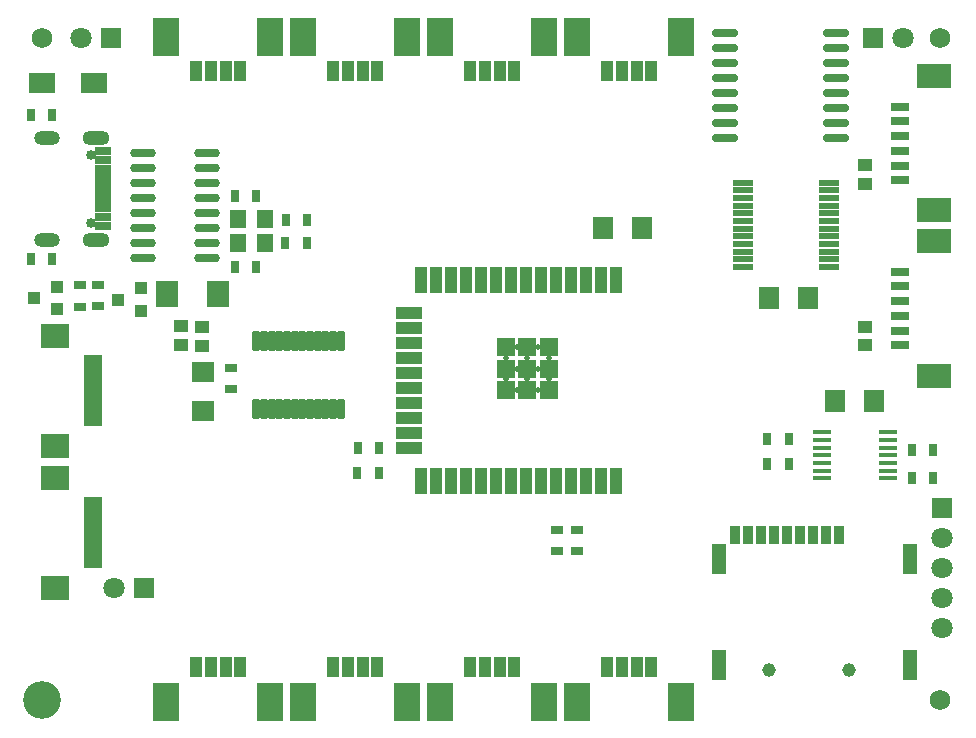
<source format=gts>
G04*
G04 #@! TF.GenerationSoftware,Altium Limited,Altium Designer,20.2.6 (244)*
G04*
G04 Layer_Color=8388736*
%FSLAX24Y24*%
%MOIN*%
G70*
G04*
G04 #@! TF.SameCoordinates,7583AB6C-3689-415F-B137-6D089145A127*
G04*
G04*
G04 #@! TF.FilePolarity,Negative*
G04*
G01*
G75*
%ADD26R,0.0630X0.0315*%
%ADD27R,0.1181X0.0827*%
%ADD49O,0.0880X0.0297*%
%ADD50R,0.0671X0.0237*%
%ADD51R,0.0474X0.0434*%
%ADD52R,0.0680X0.0730*%
%ADD53R,0.0630X0.0138*%
%ADD54R,0.0316X0.0434*%
%ADD55R,0.0907X0.0690*%
%ADD56R,0.0533X0.0198*%
%ADD57R,0.0533X0.0316*%
%ADD58O,0.0867X0.0297*%
%ADD59R,0.0580X0.0630*%
%ADD60R,0.0780X0.0880*%
G04:AMPARAMS|DCode=61|XSize=69.8mil|YSize=24.1mil|CornerRadius=6mil|HoleSize=0mil|Usage=FLASHONLY|Rotation=90.000|XOffset=0mil|YOffset=0mil|HoleType=Round|Shape=RoundedRectangle|*
%AMROUNDEDRECTD61*
21,1,0.0698,0.0121,0,0,90.0*
21,1,0.0578,0.0241,0,0,90.0*
1,1,0.0120,0.0061,0.0289*
1,1,0.0120,0.0061,-0.0289*
1,1,0.0120,-0.0061,-0.0289*
1,1,0.0120,-0.0061,0.0289*
%
%ADD61ROUNDEDRECTD61*%
%ADD62R,0.0434X0.0316*%
%ADD63R,0.0730X0.0680*%
%ADD64R,0.0434X0.0395*%
%ADD65R,0.0946X0.0789*%
%ADD66R,0.0592X0.0198*%
%ADD67R,0.0395X0.0710*%
%ADD68R,0.0907X0.1261*%
%ADD69R,0.0604X0.0604*%
%ADD70R,0.0434X0.0867*%
%ADD71R,0.0867X0.0434*%
%ADD72R,0.0324X0.0631*%
%ADD73R,0.0513X0.1025*%
%ADD74C,0.0336*%
%ADD75O,0.0907X0.0493*%
%ADD76O,0.0867X0.0474*%
%ADD77C,0.0710*%
%ADD78R,0.0710X0.0710*%
%ADD79R,0.0710X0.0710*%
%ADD80C,0.0198*%
%ADD81C,0.0680*%
%ADD82C,0.1261*%
%ADD83C,0.0454*%
D26*
X29370Y20561D02*
D03*
Y20069D02*
D03*
Y19577D02*
D03*
Y19085D02*
D03*
Y18593D02*
D03*
Y18100D02*
D03*
Y15059D02*
D03*
Y14567D02*
D03*
Y14075D02*
D03*
Y13583D02*
D03*
Y13091D02*
D03*
Y12598D02*
D03*
D27*
X30512Y21565D02*
D03*
Y17096D02*
D03*
Y16063D02*
D03*
Y11594D02*
D03*
D49*
X23533Y23010D02*
D03*
Y22510D02*
D03*
Y22010D02*
D03*
Y21510D02*
D03*
Y21010D02*
D03*
Y20510D02*
D03*
Y20010D02*
D03*
Y19510D02*
D03*
X27254Y23010D02*
D03*
Y22510D02*
D03*
Y22010D02*
D03*
Y21510D02*
D03*
Y21010D02*
D03*
Y20510D02*
D03*
Y20010D02*
D03*
Y19510D02*
D03*
D50*
X24163Y18022D02*
D03*
Y17766D02*
D03*
Y15207D02*
D03*
Y15463D02*
D03*
Y15718D02*
D03*
Y15974D02*
D03*
Y16230D02*
D03*
Y16486D02*
D03*
Y16742D02*
D03*
Y16998D02*
D03*
Y17254D02*
D03*
Y17510D02*
D03*
X27018Y18022D02*
D03*
Y17766D02*
D03*
Y17510D02*
D03*
Y17254D02*
D03*
Y16998D02*
D03*
Y16742D02*
D03*
Y16486D02*
D03*
Y16230D02*
D03*
Y15974D02*
D03*
Y15718D02*
D03*
Y15463D02*
D03*
Y15207D02*
D03*
D51*
X28228Y17992D02*
D03*
Y18622D02*
D03*
Y12598D02*
D03*
Y13228D02*
D03*
X6100Y12592D02*
D03*
Y13222D02*
D03*
X5400Y12607D02*
D03*
Y13237D02*
D03*
D52*
X25009Y14173D02*
D03*
X26309D02*
D03*
X28504Y10748D02*
D03*
X27204D02*
D03*
X20797Y16496D02*
D03*
X19497D02*
D03*
D53*
X28976Y8169D02*
D03*
Y8425D02*
D03*
Y8681D02*
D03*
Y8937D02*
D03*
Y9193D02*
D03*
Y9449D02*
D03*
Y9705D02*
D03*
X26772D02*
D03*
Y9449D02*
D03*
Y9193D02*
D03*
Y8937D02*
D03*
Y8681D02*
D03*
Y8425D02*
D03*
Y8169D02*
D03*
D54*
X30487Y9124D02*
D03*
X29772Y9124D02*
D03*
X30487Y8179D02*
D03*
X29772Y8179D02*
D03*
X24950Y9488D02*
D03*
X25665Y9488D02*
D03*
X24950Y8661D02*
D03*
X25665Y8661D02*
D03*
X1115Y20272D02*
D03*
X400Y20272D02*
D03*
X7930Y17572D02*
D03*
X7215Y17572D02*
D03*
X9615Y16772D02*
D03*
X8900Y16772D02*
D03*
X9600Y16022D02*
D03*
X8885Y16022D02*
D03*
X7930Y15222D02*
D03*
X7215Y15222D02*
D03*
X1115Y15472D02*
D03*
X400Y15472D02*
D03*
X12018Y9173D02*
D03*
X11304Y9173D02*
D03*
X11289Y8346D02*
D03*
X12004Y8346D02*
D03*
D55*
X787Y21339D02*
D03*
X2520D02*
D03*
D56*
X2822Y18511D02*
D03*
Y18314D02*
D03*
Y18117D02*
D03*
Y17133D02*
D03*
Y17330D02*
D03*
Y17527D02*
D03*
Y17920D02*
D03*
Y17724D02*
D03*
D57*
Y16877D02*
D03*
Y18767D02*
D03*
Y16562D02*
D03*
Y19082D02*
D03*
D58*
X6276Y15522D02*
D03*
Y16022D02*
D03*
Y16522D02*
D03*
Y17022D02*
D03*
Y17522D02*
D03*
Y18022D02*
D03*
Y18522D02*
D03*
Y19022D02*
D03*
X4150Y15522D02*
D03*
Y16022D02*
D03*
Y16522D02*
D03*
Y17022D02*
D03*
Y17522D02*
D03*
Y18022D02*
D03*
Y18522D02*
D03*
Y19022D02*
D03*
D59*
X7300Y16822D02*
D03*
X8200D02*
D03*
X7300Y16022D02*
D03*
X8200D02*
D03*
D60*
X4950Y14322D02*
D03*
X6650D02*
D03*
D61*
X7923Y10484D02*
D03*
X8179D02*
D03*
X8435D02*
D03*
X8691D02*
D03*
X8947D02*
D03*
X9203D02*
D03*
X9459D02*
D03*
X9715D02*
D03*
X9970D02*
D03*
X10226D02*
D03*
X10482D02*
D03*
X10738D02*
D03*
Y12744D02*
D03*
X10482D02*
D03*
X10226D02*
D03*
X9970D02*
D03*
X9715D02*
D03*
X9459D02*
D03*
X9203D02*
D03*
X8947D02*
D03*
X8691D02*
D03*
X8435D02*
D03*
X8179D02*
D03*
X7923D02*
D03*
D62*
X7087Y11861D02*
D03*
X7087Y11146D02*
D03*
X2650Y14614D02*
D03*
X2650Y13899D02*
D03*
X2059Y13884D02*
D03*
X2059Y14599D02*
D03*
X18622Y5737D02*
D03*
X18622Y6452D02*
D03*
X17953Y5737D02*
D03*
X17953Y6452D02*
D03*
D63*
X6142Y11723D02*
D03*
Y10423D02*
D03*
D64*
X4094Y14496D02*
D03*
Y13748D02*
D03*
X3306Y14122D02*
D03*
X506Y14172D02*
D03*
X1294Y13798D02*
D03*
Y14546D02*
D03*
D65*
X1201Y9252D02*
D03*
Y12913D02*
D03*
Y4528D02*
D03*
Y8189D02*
D03*
D66*
X2480Y10000D02*
D03*
Y10197D02*
D03*
Y10394D02*
D03*
Y10591D02*
D03*
Y10787D02*
D03*
Y10984D02*
D03*
Y11181D02*
D03*
Y11378D02*
D03*
Y11575D02*
D03*
Y11772D02*
D03*
Y11968D02*
D03*
Y12165D02*
D03*
Y5276D02*
D03*
Y5472D02*
D03*
Y5669D02*
D03*
Y5866D02*
D03*
Y6063D02*
D03*
Y6260D02*
D03*
Y6457D02*
D03*
Y6654D02*
D03*
Y6850D02*
D03*
Y7047D02*
D03*
Y7244D02*
D03*
Y7441D02*
D03*
D67*
X19616Y1870D02*
D03*
X20108D02*
D03*
X20600D02*
D03*
X21093D02*
D03*
X15049D02*
D03*
X15541D02*
D03*
X16033D02*
D03*
X16526D02*
D03*
X10482D02*
D03*
X10974D02*
D03*
X11467D02*
D03*
X11959D02*
D03*
X5915D02*
D03*
X6407D02*
D03*
X6900D02*
D03*
X7392D02*
D03*
X21093Y21752D02*
D03*
X20600D02*
D03*
X20108D02*
D03*
X19616D02*
D03*
X16526D02*
D03*
X16033D02*
D03*
X15541D02*
D03*
X15049D02*
D03*
X11959D02*
D03*
X11467D02*
D03*
X10974D02*
D03*
X10482D02*
D03*
X7392D02*
D03*
X6900D02*
D03*
X6407D02*
D03*
X5915D02*
D03*
D68*
X18612Y728D02*
D03*
X22096D02*
D03*
X14045D02*
D03*
X17530D02*
D03*
X9478D02*
D03*
X12963D02*
D03*
X4911D02*
D03*
X8396D02*
D03*
X22096Y22894D02*
D03*
X18612D02*
D03*
X17530D02*
D03*
X14045D02*
D03*
X12963D02*
D03*
X9478D02*
D03*
X8396D02*
D03*
X4911D02*
D03*
D69*
X16239Y11102D02*
D03*
Y11825D02*
D03*
Y12547D02*
D03*
X16962Y11102D02*
D03*
Y11825D02*
D03*
Y12547D02*
D03*
X17684Y11102D02*
D03*
Y11825D02*
D03*
Y12547D02*
D03*
D70*
X19914Y8085D02*
D03*
X19414D02*
D03*
X18914D02*
D03*
X18414D02*
D03*
X17914D02*
D03*
X17414D02*
D03*
X16914D02*
D03*
X16414D02*
D03*
X15914D02*
D03*
X15414D02*
D03*
X14914D02*
D03*
X14414D02*
D03*
X13914D02*
D03*
X13414D02*
D03*
Y14778D02*
D03*
X13914D02*
D03*
X14414D02*
D03*
X14914D02*
D03*
X15414D02*
D03*
X15914D02*
D03*
X16414D02*
D03*
X16914D02*
D03*
X17414D02*
D03*
X17914D02*
D03*
X18414D02*
D03*
X18914D02*
D03*
X19414D02*
D03*
X19914D02*
D03*
D71*
X13021Y9181D02*
D03*
Y9681D02*
D03*
Y10181D02*
D03*
Y10681D02*
D03*
Y11181D02*
D03*
Y11681D02*
D03*
Y12181D02*
D03*
Y12681D02*
D03*
Y13181D02*
D03*
Y13681D02*
D03*
D72*
X27354Y6268D02*
D03*
X26921D02*
D03*
X26488D02*
D03*
X26055D02*
D03*
X25622D02*
D03*
X25189D02*
D03*
X24756D02*
D03*
X24323D02*
D03*
X23890D02*
D03*
D73*
X23346Y1937D02*
D03*
Y5480D02*
D03*
X29705D02*
D03*
Y1937D02*
D03*
D74*
X2399Y18960D02*
D03*
Y16684D02*
D03*
D75*
X2596Y16121D02*
D03*
Y19523D02*
D03*
D76*
X950Y16121D02*
D03*
Y19523D02*
D03*
D77*
X29465Y22835D02*
D03*
X2071D02*
D03*
X3173Y4528D02*
D03*
X30787Y6165D02*
D03*
Y5165D02*
D03*
Y4165D02*
D03*
Y3165D02*
D03*
D78*
X28465Y22835D02*
D03*
X3071D02*
D03*
X4173Y4528D02*
D03*
D79*
X30787Y7165D02*
D03*
D80*
X16239Y11464D02*
D03*
Y12186D02*
D03*
X16600Y11102D02*
D03*
Y11825D02*
D03*
Y12547D02*
D03*
X16962Y11464D02*
D03*
Y12186D02*
D03*
X17323Y11102D02*
D03*
Y11825D02*
D03*
Y12547D02*
D03*
X17684Y11464D02*
D03*
Y12186D02*
D03*
D81*
X787Y22835D02*
D03*
X30709Y787D02*
D03*
Y22835D02*
D03*
D82*
X787Y787D02*
D03*
D83*
X25000Y1772D02*
D03*
X27677D02*
D03*
M02*

</source>
